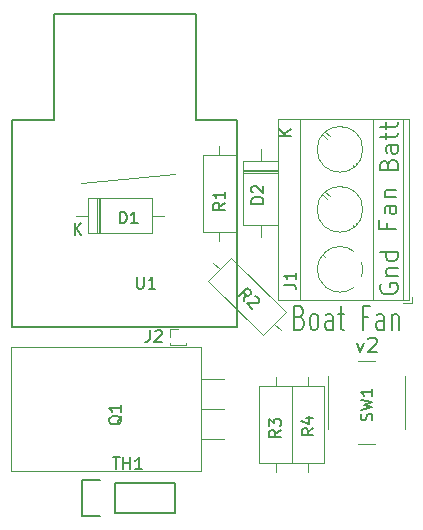
<source format=gbr>
G04 #@! TF.GenerationSoftware,KiCad,Pcbnew,5.1.6-1.fc32*
G04 #@! TF.CreationDate,2020-07-03T18:31:44+02:00*
G04 #@! TF.ProjectId,BoatFanControl,426f6174-4661-46e4-936f-6e74726f6c2e,rev?*
G04 #@! TF.SameCoordinates,PX5140c80PY5efc680*
G04 #@! TF.FileFunction,Legend,Top*
G04 #@! TF.FilePolarity,Positive*
%FSLAX46Y46*%
G04 Gerber Fmt 4.6, Leading zero omitted, Abs format (unit mm)*
G04 Created by KiCad (PCBNEW 5.1.6-1.fc32) date 2020-07-03 18:31:44*
%MOMM*%
%LPD*%
G01*
G04 APERTURE LIST*
%ADD10C,0.120000*%
%ADD11C,0.200000*%
%ADD12C,0.150000*%
G04 APERTURE END LIST*
D10*
X6250000Y29000000D02*
X14250000Y29750000D01*
D11*
X29642857Y15507143D02*
X29928571Y14707143D01*
X30214285Y15507143D01*
X30614285Y15792858D02*
X30671428Y15850000D01*
X30785714Y15907143D01*
X31071428Y15907143D01*
X31185714Y15850000D01*
X31242857Y15792858D01*
X31300000Y15678572D01*
X31300000Y15564286D01*
X31242857Y15392858D01*
X30557142Y14707143D01*
X31300000Y14707143D01*
X24783333Y17642858D02*
X24983333Y17547620D01*
X25050000Y17452381D01*
X25116666Y17261905D01*
X25116666Y16976191D01*
X25050000Y16785715D01*
X24983333Y16690477D01*
X24850000Y16595239D01*
X24316666Y16595239D01*
X24316666Y18595239D01*
X24783333Y18595239D01*
X24916666Y18500000D01*
X24983333Y18404762D01*
X25050000Y18214286D01*
X25050000Y18023810D01*
X24983333Y17833334D01*
X24916666Y17738096D01*
X24783333Y17642858D01*
X24316666Y17642858D01*
X25916666Y16595239D02*
X25783333Y16690477D01*
X25716666Y16785715D01*
X25650000Y16976191D01*
X25650000Y17547620D01*
X25716666Y17738096D01*
X25783333Y17833334D01*
X25916666Y17928572D01*
X26116666Y17928572D01*
X26250000Y17833334D01*
X26316666Y17738096D01*
X26383333Y17547620D01*
X26383333Y16976191D01*
X26316666Y16785715D01*
X26250000Y16690477D01*
X26116666Y16595239D01*
X25916666Y16595239D01*
X27583333Y16595239D02*
X27583333Y17642858D01*
X27516666Y17833334D01*
X27383333Y17928572D01*
X27116666Y17928572D01*
X26983333Y17833334D01*
X27583333Y16690477D02*
X27450000Y16595239D01*
X27116666Y16595239D01*
X26983333Y16690477D01*
X26916666Y16880953D01*
X26916666Y17071429D01*
X26983333Y17261905D01*
X27116666Y17357143D01*
X27450000Y17357143D01*
X27583333Y17452381D01*
X28050000Y17928572D02*
X28583333Y17928572D01*
X28250000Y18595239D02*
X28250000Y16880953D01*
X28316666Y16690477D01*
X28450000Y16595239D01*
X28583333Y16595239D01*
X30583333Y17642858D02*
X30116666Y17642858D01*
X30116666Y16595239D02*
X30116666Y18595239D01*
X30783333Y18595239D01*
X31916666Y16595239D02*
X31916666Y17642858D01*
X31850000Y17833334D01*
X31716666Y17928572D01*
X31450000Y17928572D01*
X31316666Y17833334D01*
X31916666Y16690477D02*
X31783333Y16595239D01*
X31450000Y16595239D01*
X31316666Y16690477D01*
X31250000Y16880953D01*
X31250000Y17071429D01*
X31316666Y17261905D01*
X31450000Y17357143D01*
X31783333Y17357143D01*
X31916666Y17452381D01*
X32583333Y17928572D02*
X32583333Y16595239D01*
X32583333Y17738096D02*
X32650000Y17833334D01*
X32783333Y17928572D01*
X32983333Y17928572D01*
X33116666Y17833334D01*
X33183333Y17642858D01*
X33183333Y16595239D01*
X32292857Y30571429D02*
X32364285Y30785715D01*
X32435714Y30857143D01*
X32578571Y30928572D01*
X32792857Y30928572D01*
X32935714Y30857143D01*
X33007142Y30785715D01*
X33078571Y30642858D01*
X33078571Y30071429D01*
X31578571Y30071429D01*
X31578571Y30571429D01*
X31650000Y30714286D01*
X31721428Y30785715D01*
X31864285Y30857143D01*
X32007142Y30857143D01*
X32150000Y30785715D01*
X32221428Y30714286D01*
X32292857Y30571429D01*
X32292857Y30071429D01*
X33078571Y32214286D02*
X32292857Y32214286D01*
X32150000Y32142858D01*
X32078571Y32000000D01*
X32078571Y31714286D01*
X32150000Y31571429D01*
X33007142Y32214286D02*
X33078571Y32071429D01*
X33078571Y31714286D01*
X33007142Y31571429D01*
X32864285Y31500000D01*
X32721428Y31500000D01*
X32578571Y31571429D01*
X32507142Y31714286D01*
X32507142Y32071429D01*
X32435714Y32214286D01*
X32078571Y32714286D02*
X32078571Y33285715D01*
X31578571Y32928572D02*
X32864285Y32928572D01*
X33007142Y33000000D01*
X33078571Y33142858D01*
X33078571Y33285715D01*
X32078571Y33571429D02*
X32078571Y34142858D01*
X31578571Y33785715D02*
X32864285Y33785715D01*
X33007142Y33857143D01*
X33078571Y34000000D01*
X33078571Y34142858D01*
X32192857Y25657143D02*
X32192857Y25157143D01*
X32978571Y25157143D02*
X31478571Y25157143D01*
X31478571Y25871429D01*
X32978571Y27085715D02*
X32192857Y27085715D01*
X32050000Y27014286D01*
X31978571Y26871429D01*
X31978571Y26585715D01*
X32050000Y26442858D01*
X32907142Y27085715D02*
X32978571Y26942858D01*
X32978571Y26585715D01*
X32907142Y26442858D01*
X32764285Y26371429D01*
X32621428Y26371429D01*
X32478571Y26442858D01*
X32407142Y26585715D01*
X32407142Y26942858D01*
X32335714Y27085715D01*
X31978571Y27800000D02*
X32978571Y27800000D01*
X32121428Y27800000D02*
X32050000Y27871429D01*
X31978571Y28014286D01*
X31978571Y28228572D01*
X32050000Y28371429D01*
X32192857Y28442858D01*
X32978571Y28442858D01*
X31650000Y20435715D02*
X31578571Y20292858D01*
X31578571Y20078572D01*
X31650000Y19864286D01*
X31792857Y19721429D01*
X31935714Y19650000D01*
X32221428Y19578572D01*
X32435714Y19578572D01*
X32721428Y19650000D01*
X32864285Y19721429D01*
X33007142Y19864286D01*
X33078571Y20078572D01*
X33078571Y20221429D01*
X33007142Y20435715D01*
X32935714Y20507143D01*
X32435714Y20507143D01*
X32435714Y20221429D01*
X32078571Y21150000D02*
X33078571Y21150000D01*
X32221428Y21150000D02*
X32150000Y21221429D01*
X32078571Y21364286D01*
X32078571Y21578572D01*
X32150000Y21721429D01*
X32292857Y21792858D01*
X33078571Y21792858D01*
X33078571Y23150000D02*
X31578571Y23150000D01*
X33007142Y23150000D02*
X33078571Y23007143D01*
X33078571Y22721429D01*
X33007142Y22578572D01*
X32935714Y22507143D01*
X32792857Y22435715D01*
X32364285Y22435715D01*
X32221428Y22507143D01*
X32150000Y22578572D01*
X32078571Y22721429D01*
X32078571Y23007143D01*
X32150000Y23150000D01*
D10*
X26870000Y11850000D02*
X24130000Y11850000D01*
X24130000Y11850000D02*
X24130000Y5310000D01*
X24130000Y5310000D02*
X26870000Y5310000D01*
X26870000Y5310000D02*
X26870000Y11850000D01*
X25500000Y12620000D02*
X25500000Y11850000D01*
X25500000Y4540000D02*
X25500000Y5310000D01*
X21380000Y5310000D02*
X24120000Y5310000D01*
X24120000Y5310000D02*
X24120000Y11850000D01*
X24120000Y11850000D02*
X21380000Y11850000D01*
X21380000Y11850000D02*
X21380000Y5310000D01*
X22750000Y4540000D02*
X22750000Y5310000D01*
X22750000Y12620000D02*
X22750000Y11850000D01*
D12*
X3990000Y43350000D02*
X3990000Y34350000D01*
X19450000Y34350000D02*
X19450000Y16850000D01*
X16020000Y34350000D02*
X19450000Y34350000D01*
X450000Y34350000D02*
X450000Y16850000D01*
X16020000Y43350000D02*
X3990000Y43350000D01*
X16020000Y43350000D02*
X16020000Y34350000D01*
X3990000Y34350000D02*
X450000Y34350000D01*
X450000Y16850000D02*
X19450000Y16850000D01*
X7860000Y3824000D02*
X6336000Y3824000D01*
X6336000Y3824000D02*
X6336000Y776000D01*
X6336000Y776000D02*
X7860000Y776000D01*
X9130000Y3570000D02*
X14210000Y3570000D01*
X14210000Y3570000D02*
X14210000Y1030000D01*
X14210000Y1030000D02*
X9130000Y1030000D01*
X9130000Y1030000D02*
X9130000Y3570000D01*
D10*
X22970000Y30110000D02*
X20030000Y30110000D01*
X22970000Y29870000D02*
X20030000Y29870000D01*
X22970000Y29990000D02*
X20030000Y29990000D01*
X21500000Y24430000D02*
X21500000Y25450000D01*
X21500000Y31910000D02*
X21500000Y30890000D01*
X22970000Y25450000D02*
X22970000Y30890000D01*
X20030000Y25450000D02*
X22970000Y25450000D01*
X20030000Y30890000D02*
X20030000Y25450000D01*
X22970000Y30890000D02*
X20030000Y30890000D01*
X13805000Y16685000D02*
X14500000Y16685000D01*
X13805000Y16000000D02*
X13805000Y16685000D01*
X15108276Y15315000D02*
X15195000Y15315000D01*
X13805000Y15315000D02*
X13891724Y15315000D01*
X15195000Y15315000D02*
X15195000Y15440000D01*
X13805000Y15315000D02*
X13805000Y15440000D01*
X13805000Y15315000D02*
X15195000Y15315000D01*
X34300000Y18860000D02*
X34300000Y19360000D01*
X33560000Y18860000D02*
X34300000Y18860000D01*
X29321000Y30504000D02*
X29428000Y30397000D01*
X26736000Y33089000D02*
X27126000Y32698000D01*
X29583000Y30713000D02*
X29664000Y30632000D01*
X26971000Y33324000D02*
X27321000Y32974000D01*
X29321000Y25424000D02*
X29428000Y25317000D01*
X26736000Y28009000D02*
X27126000Y27618000D01*
X29583000Y25633000D02*
X29664000Y25552000D01*
X26971000Y28244000D02*
X27321000Y27894000D01*
X26736000Y22929000D02*
X26951000Y22713000D01*
X22940000Y34460000D02*
X34060000Y34460000D01*
X22940000Y19100000D02*
X34060000Y19100000D01*
X34060000Y19100000D02*
X34060000Y34460000D01*
X22940000Y19100000D02*
X22940000Y34460000D01*
X24800000Y19100000D02*
X24800000Y34460000D01*
X31000000Y19100000D02*
X31000000Y34460000D01*
X33500000Y19100000D02*
X33500000Y34460000D01*
X30130000Y31860000D02*
G75*
G03*
X30130000Y31860000I-1930000J0D01*
G01*
X30130000Y26780000D02*
G75*
G03*
X30130000Y26780000I-1930000J0D01*
G01*
X30130336Y21733269D02*
G75*
G02*
X30036000Y21103000I-1930336J-33269D01*
G01*
X29388175Y20178355D02*
G75*
G02*
X27011000Y20179000I-1188175J1521645D01*
G01*
X26985391Y20199683D02*
G75*
G02*
X26985000Y23200000I1214609J1500317D01*
G01*
X27011825Y23221645D02*
G75*
G02*
X29389000Y23221000I1188175J-1521645D01*
G01*
X30035539Y22296403D02*
G75*
G02*
X30130000Y21700000I-1835539J-596403D01*
G01*
X23198814Y16551186D02*
X22654342Y17095658D01*
X17485391Y22264609D02*
X18029863Y21720137D01*
X23623078Y18064395D02*
X18998600Y22688873D01*
X21685605Y16126922D02*
X23623078Y18064395D01*
X17061127Y20751400D02*
X21685605Y16126922D01*
X18998600Y22688873D02*
X17061127Y20751400D01*
X18000000Y24080000D02*
X18000000Y24850000D01*
X18000000Y32160000D02*
X18000000Y31390000D01*
X19370000Y24850000D02*
X19370000Y31390000D01*
X16630000Y24850000D02*
X19370000Y24850000D01*
X16630000Y31390000D02*
X16630000Y24850000D01*
X19370000Y31390000D02*
X16630000Y31390000D01*
X16440000Y12430000D02*
X18400000Y12430000D01*
X16440000Y9890000D02*
X18400000Y9890000D01*
X16440000Y7350000D02*
X18400000Y7350000D01*
X330000Y15140000D02*
X16440000Y15140000D01*
X330000Y4640000D02*
X16440000Y4640000D01*
X330000Y4640000D02*
X330000Y15140000D01*
X16440000Y4640000D02*
X16440000Y15140000D01*
X29700000Y6950000D02*
X31200000Y6950000D01*
X33700000Y8200000D02*
X33700000Y12700000D01*
X31200000Y13950000D02*
X29700000Y13950000D01*
X27200000Y12700000D02*
X27200000Y8200000D01*
X7640000Y27720000D02*
X7640000Y24780000D01*
X7880000Y27720000D02*
X7880000Y24780000D01*
X7760000Y27720000D02*
X7760000Y24780000D01*
X13320000Y26250000D02*
X12300000Y26250000D01*
X5840000Y26250000D02*
X6860000Y26250000D01*
X12300000Y27720000D02*
X6860000Y27720000D01*
X12300000Y24780000D02*
X12300000Y27720000D01*
X6860000Y24780000D02*
X12300000Y24780000D01*
X6860000Y27720000D02*
X6860000Y24780000D01*
D12*
X25952380Y8243334D02*
X25476190Y7910000D01*
X25952380Y7671905D02*
X24952380Y7671905D01*
X24952380Y8052858D01*
X25000000Y8148096D01*
X25047619Y8195715D01*
X25142857Y8243334D01*
X25285714Y8243334D01*
X25380952Y8195715D01*
X25428571Y8148096D01*
X25476190Y8052858D01*
X25476190Y7671905D01*
X25285714Y9100477D02*
X25952380Y9100477D01*
X24904761Y8862381D02*
X25619047Y8624286D01*
X25619047Y9243334D01*
X23202380Y8083334D02*
X22726190Y7750000D01*
X23202380Y7511905D02*
X22202380Y7511905D01*
X22202380Y7892858D01*
X22250000Y7988096D01*
X22297619Y8035715D01*
X22392857Y8083334D01*
X22535714Y8083334D01*
X22630952Y8035715D01*
X22678571Y7988096D01*
X22726190Y7892858D01*
X22726190Y7511905D01*
X22202380Y8416667D02*
X22202380Y9035715D01*
X22583333Y8702381D01*
X22583333Y8845239D01*
X22630952Y8940477D01*
X22678571Y8988096D01*
X22773809Y9035715D01*
X23011904Y9035715D01*
X23107142Y8988096D01*
X23154761Y8940477D01*
X23202380Y8845239D01*
X23202380Y8559524D01*
X23154761Y8464286D01*
X23107142Y8416667D01*
X11008095Y21077620D02*
X11008095Y20268096D01*
X11055714Y20172858D01*
X11103333Y20125239D01*
X11198571Y20077620D01*
X11389047Y20077620D01*
X11484285Y20125239D01*
X11531904Y20172858D01*
X11579523Y20268096D01*
X11579523Y21077620D01*
X12579523Y20077620D02*
X12008095Y20077620D01*
X12293809Y20077620D02*
X12293809Y21077620D01*
X12198571Y20934762D01*
X12103333Y20839524D01*
X12008095Y20791905D01*
X8964285Y5797620D02*
X9535714Y5797620D01*
X9250000Y4797620D02*
X9250000Y5797620D01*
X9869047Y4797620D02*
X9869047Y5797620D01*
X9869047Y5321429D02*
X10440476Y5321429D01*
X10440476Y4797620D02*
X10440476Y5797620D01*
X11440476Y4797620D02*
X10869047Y4797620D01*
X11154761Y4797620D02*
X11154761Y5797620D01*
X11059523Y5654762D01*
X10964285Y5559524D01*
X10869047Y5511905D01*
X21702380Y27261905D02*
X20702380Y27261905D01*
X20702380Y27500000D01*
X20750000Y27642858D01*
X20845238Y27738096D01*
X20940476Y27785715D01*
X21130952Y27833334D01*
X21273809Y27833334D01*
X21464285Y27785715D01*
X21559523Y27738096D01*
X21654761Y27642858D01*
X21702380Y27500000D01*
X21702380Y27261905D01*
X20797619Y28214286D02*
X20750000Y28261905D01*
X20702380Y28357143D01*
X20702380Y28595239D01*
X20750000Y28690477D01*
X20797619Y28738096D01*
X20892857Y28785715D01*
X20988095Y28785715D01*
X21130952Y28738096D01*
X21702380Y28166667D01*
X21702380Y28785715D01*
X24052380Y32988096D02*
X23052380Y32988096D01*
X24052380Y33559524D02*
X23480952Y33130953D01*
X23052380Y33559524D02*
X23623809Y32988096D01*
X12116666Y16547620D02*
X12116666Y15833334D01*
X12069047Y15690477D01*
X11973809Y15595239D01*
X11830952Y15547620D01*
X11735714Y15547620D01*
X12545238Y16452381D02*
X12592857Y16500000D01*
X12688095Y16547620D01*
X12926190Y16547620D01*
X13021428Y16500000D01*
X13069047Y16452381D01*
X13116666Y16357143D01*
X13116666Y16261905D01*
X13069047Y16119048D01*
X12497619Y15547620D01*
X13116666Y15547620D01*
X23452380Y20416667D02*
X24166666Y20416667D01*
X24309523Y20369048D01*
X24404761Y20273810D01*
X24452380Y20130953D01*
X24452380Y20035715D01*
X24452380Y21416667D02*
X24452380Y20845239D01*
X24452380Y21130953D02*
X23452380Y21130953D01*
X23595238Y21035715D01*
X23690476Y20940477D01*
X23738095Y20845239D01*
X20062267Y19047970D02*
X20163282Y19620390D01*
X19658206Y19452031D02*
X20365312Y20159138D01*
X20634687Y19889764D01*
X20668358Y19788749D01*
X20668358Y19721405D01*
X20634687Y19620390D01*
X20533671Y19519375D01*
X20432656Y19485703D01*
X20365312Y19485703D01*
X20264297Y19519375D01*
X19994923Y19788749D01*
X20971404Y19418359D02*
X21038748Y19418359D01*
X21139763Y19384688D01*
X21308122Y19216329D01*
X21341793Y19115313D01*
X21341793Y19047970D01*
X21308122Y18946955D01*
X21240778Y18879611D01*
X21106091Y18812268D01*
X20297969Y18812268D01*
X20735702Y18374535D01*
X18452380Y27333334D02*
X17976190Y27000000D01*
X18452380Y26761905D02*
X17452380Y26761905D01*
X17452380Y27142858D01*
X17500000Y27238096D01*
X17547619Y27285715D01*
X17642857Y27333334D01*
X17785714Y27333334D01*
X17880952Y27285715D01*
X17928571Y27238096D01*
X17976190Y27142858D01*
X17976190Y26761905D01*
X18452380Y28285715D02*
X18452380Y27714286D01*
X18452380Y28000000D02*
X17452380Y28000000D01*
X17595238Y27904762D01*
X17690476Y27809524D01*
X17738095Y27714286D01*
X9747619Y9304762D02*
X9700000Y9209524D01*
X9604761Y9114286D01*
X9461904Y8971429D01*
X9414285Y8876191D01*
X9414285Y8780953D01*
X9652380Y8828572D02*
X9604761Y8733334D01*
X9509523Y8638096D01*
X9319047Y8590477D01*
X8985714Y8590477D01*
X8795238Y8638096D01*
X8700000Y8733334D01*
X8652380Y8828572D01*
X8652380Y9019048D01*
X8700000Y9114286D01*
X8795238Y9209524D01*
X8985714Y9257143D01*
X9319047Y9257143D01*
X9509523Y9209524D01*
X9604761Y9114286D01*
X9652380Y9019048D01*
X9652380Y8828572D01*
X9652380Y10209524D02*
X9652380Y9638096D01*
X9652380Y9923810D02*
X8652380Y9923810D01*
X8795238Y9828572D01*
X8890476Y9733334D01*
X8938095Y9638096D01*
X30904761Y8916667D02*
X30952380Y9059524D01*
X30952380Y9297620D01*
X30904761Y9392858D01*
X30857142Y9440477D01*
X30761904Y9488096D01*
X30666666Y9488096D01*
X30571428Y9440477D01*
X30523809Y9392858D01*
X30476190Y9297620D01*
X30428571Y9107143D01*
X30380952Y9011905D01*
X30333333Y8964286D01*
X30238095Y8916667D01*
X30142857Y8916667D01*
X30047619Y8964286D01*
X30000000Y9011905D01*
X29952380Y9107143D01*
X29952380Y9345239D01*
X30000000Y9488096D01*
X29952380Y9821429D02*
X30952380Y10059524D01*
X30238095Y10250000D01*
X30952380Y10440477D01*
X29952380Y10678572D01*
X30952380Y11583334D02*
X30952380Y11011905D01*
X30952380Y11297620D02*
X29952380Y11297620D01*
X30095238Y11202381D01*
X30190476Y11107143D01*
X30238095Y11011905D01*
X9561904Y25597620D02*
X9561904Y26597620D01*
X9800000Y26597620D01*
X9942857Y26550000D01*
X10038095Y26454762D01*
X10085714Y26359524D01*
X10133333Y26169048D01*
X10133333Y26026191D01*
X10085714Y25835715D01*
X10038095Y25740477D01*
X9942857Y25645239D01*
X9800000Y25597620D01*
X9561904Y25597620D01*
X11085714Y25597620D02*
X10514285Y25597620D01*
X10800000Y25597620D02*
X10800000Y26597620D01*
X10704761Y26454762D01*
X10609523Y26359524D01*
X10514285Y26311905D01*
X5738095Y24597620D02*
X5738095Y25597620D01*
X6309523Y24597620D02*
X5880952Y25169048D01*
X6309523Y25597620D02*
X5738095Y25026191D01*
M02*

</source>
